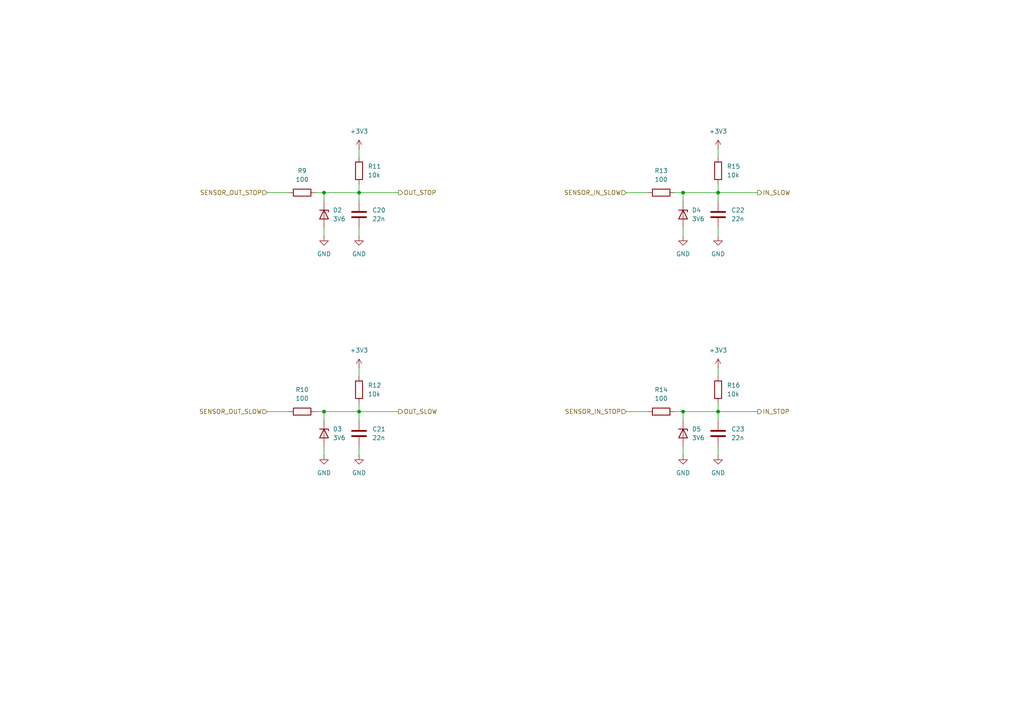
<source format=kicad_sch>
(kicad_sch (version 20250114) (generator "eeschema") (generator_version "9.0")
  (paper "A4")
  (title_block (title "TV slider") (date "2025-10-06") (rev "1") (company "NX Solutions"))
  (lib_symbols
    (symbol "Device:C" (pin_numbers (hide yes)) (pin_names (offset 0.254))
      (property "Reference" "C" (at 0.635 2.54 0))
      (property "Value" "C" (at 0.635 -2.54 0))
      (symbol "C_0_1"
        (polyline (pts (xy -2.032 0.762) (xy 2.032 0.762)) (stroke (width 0.508)))
        (polyline (pts (xy -2.032 -0.762) (xy 2.032 -0.762)) (stroke (width 0.508)))
      )
      (symbol "C_1_1"
        (pin passive line (at 0 3.81 270) (length 2.794) (name "~") (number "1"))
        (pin passive line (at 0 -3.81 90) (length 2.794) (name "~") (number "2"))
      )
    )
    (symbol "Device:D_Zener" (pin_numbers (hide yes)) (pin_names (offset 1.016) (hide yes))
      (property "Reference" "D" (at 0 2.54 0))
      (property "Value" "D_Zener" (at 0 -2.54 0))
      (symbol "D_Zener_0_1"
        (polyline (pts (xy -1.27 -1.27) (xy -1.27 1.27) (xy -0.762 1.27)) (stroke (width 0.254)))
        (polyline (pts (xy 1.27 0) (xy -1.27 0)))
        (polyline (pts (xy 1.27 -1.27) (xy 1.27 1.27) (xy -1.27 0) (xy 1.27 -1.27)) (stroke (width 0.254)))
      )
      (symbol "D_Zener_1_1"
        (pin passive line (at -3.81 0 0) (length 2.54) (name "K") (number "1"))
        (pin passive line (at 3.81 0 180) (length 2.54) (name "A") (number "2"))
      )
    )
    (symbol "Device:R" (pin_numbers (hide yes)) (pin_names (offset 0))
      (property "Reference" "R" (at 2.032 0 90))
      (property "Value" "R" (at 0 0 90))
      (symbol "R_0_1"
        (rectangle (start -1.016 -2.54) (end 1.016 2.54) (stroke (width 0.254)))
      )
      (symbol "R_1_1"
        (pin passive line (at 0 3.81 270) (length 1.27) (name "~") (number "1"))
        (pin passive line (at 0 -3.81 90) (length 1.27) (name "~") (number "2"))
      )
    )
    (symbol "power:+3V3" (power) (pin_numbers (hide yes)) (pin_names (offset 0) (hide yes))
      (property "Value" "+3V3" (at 0 3.556 0))
      (symbol "+3V3_0_1"
        (polyline (pts (xy -0.762 1.27) (xy 0 2.54)))
        (polyline (pts (xy 0 2.54) (xy 0.762 1.27)))
        (polyline (pts (xy 0 0) (xy 0 2.54)))
      )
      (symbol "+3V3_1_1"
        (pin power_in line (at 0 0 90) (length 0) (name "~") (number "1"))
      )
    )
    (symbol "power:GND" (power) (pin_numbers (hide yes)) (pin_names (offset 0) (hide yes))
      (property "Value" "GND" (at 0 -3.81 0))
      (symbol "GND_0_1"
        (polyline (pts (xy 0 0) (xy 0 -1.27) (xy 1.27 -1.27) (xy 0 -2.54) (xy -1.27 -1.27) (xy 0 -1.27)))
      )
      (symbol "GND_1_1"
        (pin power_in line (at 0 0 270) (length 0) (name "~") (number "1"))
      )
    )
  )
  (junction (at 208.28 119.38))
  (junction (at 104.14 119.38))
  (junction (at 93.98 119.38))
  (junction (at 198.12 55.88))
  (junction (at 208.28 55.88))
  (junction (at 93.98 55.88))
  (junction (at 104.14 55.88))
  (junction (at 198.12 119.38))
  (wire (pts (xy 208.28 55.88) (xy 219.71 55.88)))
  (wire (pts (xy 104.14 119.38) (xy 104.14 121.92)))
  (wire (pts (xy 93.98 66.04) (xy 93.98 68.58)))
  (wire (pts (xy 104.14 66.04) (xy 104.14 68.58)))
  (wire (pts (xy 91.44 119.38) (xy 93.98 119.38)))
  (wire (pts (xy 198.12 129.54) (xy 198.12 132.08)))
  (wire (pts (xy 208.28 53.34) (xy 208.28 55.88)))
  (wire (pts (xy 93.98 129.54) (xy 93.98 132.08)))
  (wire (pts (xy 198.12 119.38) (xy 198.12 121.92)))
  (wire (pts (xy 104.14 116.84) (xy 104.14 119.38)))
  (wire (pts (xy 77.47 119.38) (xy 83.82 119.38)))
  (wire (pts (xy 208.28 66.04) (xy 208.28 68.58)))
  (wire (pts (xy 208.28 106.68) (xy 208.28 109.22)))
  (wire (pts (xy 198.12 55.88) (xy 198.12 58.42)))
  (wire (pts (xy 104.14 129.54) (xy 104.14 132.08)))
  (wire (pts (xy 77.47 55.88) (xy 83.82 55.88)))
  (wire (pts (xy 93.98 55.88) (xy 104.14 55.88)))
  (wire (pts (xy 104.14 55.88) (xy 115.57 55.88)))
  (wire (pts (xy 104.14 119.38) (xy 115.57 119.38)))
  (wire (pts (xy 208.28 119.38) (xy 208.28 121.92)))
  (wire (pts (xy 91.44 55.88) (xy 93.98 55.88)))
  (wire (pts (xy 181.61 119.38) (xy 187.96 119.38)))
  (wire (pts (xy 195.58 55.88) (xy 198.12 55.88)))
  (wire (pts (xy 208.28 129.54) (xy 208.28 132.08)))
  (wire (pts (xy 181.61 55.88) (xy 187.96 55.88)))
  (wire (pts (xy 104.14 43.18) (xy 104.14 45.72)))
  (wire (pts (xy 208.28 55.88) (xy 208.28 58.42)))
  (wire (pts (xy 195.58 119.38) (xy 198.12 119.38)))
  (wire (pts (xy 198.12 66.04) (xy 198.12 68.58)))
  (wire (pts (xy 104.14 53.34) (xy 104.14 55.88)))
  (wire (pts (xy 198.12 119.38) (xy 208.28 119.38)))
  (wire (pts (xy 208.28 119.38) (xy 219.71 119.38)))
  (wire (pts (xy 208.28 43.18) (xy 208.28 45.72)))
  (wire (pts (xy 93.98 119.38) (xy 93.98 121.92)))
  (wire (pts (xy 93.98 55.88) (xy 93.98 58.42)))
  (wire (pts (xy 104.14 106.68) (xy 104.14 109.22)))
  (wire (pts (xy 104.14 55.88) (xy 104.14 58.42)))
  (wire (pts (xy 208.28 116.84) (xy 208.28 119.38)))
  (wire (pts (xy 198.12 55.88) (xy 208.28 55.88)))
  (wire (pts (xy 93.98 119.38) (xy 104.14 119.38)))
  (hierarchical_label "OUT_SLOW" (shape output) (at 115.57 119.38 0))
  (hierarchical_label "SENSOR_OUT_STOP" (shape input) (at 77.47 55.88 180))
  (hierarchical_label "SENSOR_IN_SLOW" (shape input) (at 181.61 55.88 180))
  (hierarchical_label "IN_STOP" (shape output) (at 219.71 119.38 0))
  (hierarchical_label "IN_SLOW" (shape output) (at 219.71 55.88 0))
  (hierarchical_label "OUT_STOP" (shape output) (at 115.57 55.88 0))
  (hierarchical_label "SENSOR_OUT_SLOW" (shape input) (at 77.47 119.38 180))
  (hierarchical_label "SENSOR_IN_STOP" (shape input) (at 181.61 119.38 180))
  (symbol (lib_id "Device:R") (at 208.28 113.03 180) (unit 1)
    (property "Reference" "R16" (at 210.82 111.7599 0) (effects (justify right)))
    (property "Value" "10k" (at 210.82 114.2999 0) (effects (justify right)))
    (property "Footprint" "Resistor_SMD:R_0603_1608Metric" (effects (hide yes)))
    (property "Description" "Resistor" (effects (hide yes)))
    (property "Supplier" "Digi-Key" (effects (hide yes)))
    (property "SupplierPN" "311-10.0KHRCT-ND" (effects (hide yes)))
    (property "MF" "Yageo" (effects (hide yes)))
    (property "MP" "RC0603FR-0710KL" (effects (hide yes)))
  )
  (symbol (lib_id "Device:R") (at 87.63 55.88 90) (unit 1)
    (property "Reference" "R9" (at 87.63 49.53 90))
    (property "Value" "100" (at 87.63 52.07 90))
    (property "Footprint" "Resistor_SMD:R_0603_1608Metric" (effects (hide yes)))
    (property "Description" "Resistor" (effects (hide yes)))
    (property "Supplier" "Digi-Key" (effects (hide yes)))
    (property "SupplierPN" "311-100GRTR-ND" (effects (hide yes)))
    (property "MF" "Yageo" (effects (hide yes)))
    (property "MP" "RC0603FR-07100RL" (effects (hide yes)))
  )
  (symbol (lib_id "Device:D_Zener") (at 93.98 125.73 270) (unit 1)
    (property "Reference" "D3" (at 96.52 124.4599 90) (effects (justify left)))
    (property "Value" "3V6" (at 96.52 126.9999 90) (effects (justify left)))
    (property "Footprint" "Diode_SMD:D_SOD-123" (effects (hide yes)))
    (property "Description" "Zener diode" (effects (hide yes)))
    (property "Supplier" "Digi-Key" (effects (hide yes)))
    (property "SupplierPN" "MMSZ3V6T1GOSCT-ND" (effects (hide yes)))
    (property "MF" "onsemi" (effects (hide yes)))
    (property "MP" "MMSZ3V6T1G" (effects (hide yes)))
  )
  (symbol (lib_id "Device:D_Zener") (at 198.12 125.73 270) (unit 1)
    (property "Reference" "D5" (at 200.66 124.4599 90) (effects (justify left)))
    (property "Value" "3V6" (at 200.66 126.9999 90) (effects (justify left)))
    (property "Footprint" "Diode_SMD:D_SOD-123" (effects (hide yes)))
    (property "Description" "Zener diode" (effects (hide yes)))
    (property "Supplier" "Digi-Key" (effects (hide yes)))
    (property "SupplierPN" "MMSZ3V6T1GOSCT-ND" (effects (hide yes)))
    (property "MF" "onsemi" (effects (hide yes)))
    (property "MP" "MMSZ3V6T1G" (effects (hide yes)))
  )
  (symbol (lib_id "Device:R") (at 104.14 113.03 180) (unit 1)
    (property "Reference" "R12" (at 106.68 111.7599 0) (effects (justify right)))
    (property "Value" "10k" (at 106.68 114.2999 0) (effects (justify right)))
    (property "Footprint" "Resistor_SMD:R_0603_1608Metric" (effects (hide yes)))
    (property "Description" "Resistor" (effects (hide yes)))
    (property "Supplier" "Digi-Key" (effects (hide yes)))
    (property "SupplierPN" "311-10.0KHRCT-ND" (effects (hide yes)))
    (property "MF" "Yageo" (effects (hide yes)))
    (property "MP" "RC0603FR-0710KL" (effects (hide yes)))
  )
  (symbol (lib_id "Device:R") (at 208.28 49.53 180) (unit 1)
    (property "Reference" "R15" (at 210.82 48.2599 0) (effects (justify right)))
    (property "Value" "10k" (at 210.82 50.7999 0) (effects (justify right)))
    (property "Footprint" "Resistor_SMD:R_0603_1608Metric" (effects (hide yes)))
    (property "Description" "Resistor" (effects (hide yes)))
    (property "Supplier" "Digi-Key" (effects (hide yes)))
    (property "SupplierPN" "311-10.0KHRCT-ND" (effects (hide yes)))
    (property "MF" "Yageo" (effects (hide yes)))
    (property "MP" "RC0603FR-0710KL" (effects (hide yes)))
  )
  (symbol (lib_id "Device:C") (at 104.14 125.73 0) (unit 1)
    (property "Reference" "C21" (at 107.95 124.4599 0) (effects (justify left)))
    (property "Value" "22n" (at 107.95 126.9999 0) (effects (justify left)))
    (property "Footprint" "Capacitor_SMD:C_0603_1608Metric" (effects (hide yes)))
    (property "Description" "Unpolarized capacitor" (effects (hide yes)))
    (property "Voltage" "100V" (effects (hide yes)))
    (property "Dielectric" "X7R" (effects (hide yes)))
    (property "Supplier" "Digi-Key" (effects (hide yes)))
    (property "SupplierPN" "490-GRM188R72A223KAC4JCT-ND" (effects (hide yes)))
    (property "MF" "Murata" (effects (hide yes)))
    (property "MP" "GRM188R72A223KAC4J" (effects (hide yes)))
  )
  (symbol (lib_id "power:GND") (at 208.28 68.58 0) (unit 1)
    (property "Reference" "#PWR065" (effects (hide yes)))
    (property "Value" "GND" (at 208.28 73.66 0))
    (property "Description" "Power symbol creates a global label with name \"GND\" , ground" (effects (hide yes)))
  )
  (symbol (lib_id "Device:D_Zener") (at 93.98 62.23 270) (unit 1)
    (property "Reference" "D2" (at 96.52 60.9599 90) (effects (justify left)))
    (property "Value" "3V6" (at 96.52 63.4999 90) (effects (justify left)))
    (property "Footprint" "Diode_SMD:D_SOD-123" (effects (hide yes)))
    (property "Description" "Zener diode" (effects (hide yes)))
    (property "Supplier" "Digi-Key" (effects (hide yes)))
    (property "SupplierPN" "MMSZ3V6T1GOSCT-ND" (effects (hide yes)))
    (property "MF" "onsemi" (effects (hide yes)))
    (property "MP" "MMSZ3V6T1G" (effects (hide yes)))
  )
  (symbol (lib_id "Device:R") (at 191.77 119.38 90) (unit 1)
    (property "Reference" "R14" (at 191.77 113.03 90))
    (property "Value" "100" (at 191.77 115.57 90))
    (property "Footprint" "Resistor_SMD:R_0603_1608Metric" (effects (hide yes)))
    (property "Description" "Resistor" (effects (hide yes)))
    (property "Supplier" "Digi-Key" (effects (hide yes)))
    (property "SupplierPN" "311-100GRTR-ND" (effects (hide yes)))
    (property "MF" "Yageo" (effects (hide yes)))
    (property "MP" "RC0603FR-07100RL" (effects (hide yes)))
  )
  (symbol (lib_id "Device:C") (at 208.28 62.23 0) (unit 1)
    (property "Reference" "C22" (at 212.09 60.9599 0) (effects (justify left)))
    (property "Value" "22n" (at 212.09 63.4999 0) (effects (justify left)))
    (property "Footprint" "Capacitor_SMD:C_0603_1608Metric" (effects (hide yes)))
    (property "Description" "Unpolarized capacitor" (effects (hide yes)))
    (property "Voltage" "100V" (effects (hide yes)))
    (property "Dielectric" "X7R" (effects (hide yes)))
    (property "Supplier" "Digi-Key" (effects (hide yes)))
    (property "SupplierPN" "490-GRM188R72A223KAC4JCT-ND" (effects (hide yes)))
    (property "MF" "Murata" (effects (hide yes)))
    (property "MP" "GRM188R72A223KAC4J" (effects (hide yes)))
  )
  (symbol (lib_id "power:GND") (at 93.98 68.58 0) (unit 1)
    (property "Reference" "#PWR056" (effects (hide yes)))
    (property "Value" "GND" (at 93.98 73.66 0))
    (property "Description" "Power symbol creates a global label with name \"GND\" , ground" (effects (hide yes)))
  )
  (symbol (lib_id "power:GND") (at 104.14 68.58 0) (unit 1)
    (property "Reference" "#PWR059" (effects (hide yes)))
    (property "Value" "GND" (at 104.14 73.66 0))
    (property "Description" "Power symbol creates a global label with name \"GND\" , ground" (effects (hide yes)))
  )
  (symbol (lib_id "power:GND") (at 198.12 68.58 0) (unit 1)
    (property "Reference" "#PWR062" (effects (hide yes)))
    (property "Value" "GND" (at 198.12 73.66 0))
    (property "Description" "Power symbol creates a global label with name \"GND\" , ground" (effects (hide yes)))
  )
  (symbol (lib_id "Device:D_Zener") (at 198.12 62.23 270) (unit 1)
    (property "Reference" "D4" (at 200.66 60.9599 90) (effects (justify left)))
    (property "Value" "3V6" (at 200.66 63.4999 90) (effects (justify left)))
    (property "Footprint" "Diode_SMD:D_SOD-123" (effects (hide yes)))
    (property "Description" "Zener diode" (effects (hide yes)))
    (property "Supplier" "Digi-Key" (effects (hide yes)))
    (property "SupplierPN" "MMSZ3V6T1GOSCT-ND" (effects (hide yes)))
    (property "MF" "onsemi" (effects (hide yes)))
    (property "MP" "MMSZ3V6T1G" (effects (hide yes)))
  )
  (symbol (lib_id "Device:C") (at 104.14 62.23 0) (unit 1)
    (property "Reference" "C20" (at 107.95 60.9599 0) (effects (justify left)))
    (property "Value" "22n" (at 107.95 63.4999 0) (effects (justify left)))
    (property "Footprint" "Capacitor_SMD:C_0603_1608Metric" (effects (hide yes)))
    (property "Description" "Unpolarized capacitor" (effects (hide yes)))
    (property "Voltage" "100V" (effects (hide yes)))
    (property "Dielectric" "X7R" (effects (hide yes)))
    (property "Supplier" "Digi-Key" (effects (hide yes)))
    (property "SupplierPN" "490-GRM188R72A223KAC4JCT-ND" (effects (hide yes)))
    (property "MF" "Murata" (effects (hide yes)))
    (property "MP" "GRM188R72A223KAC4J" (effects (hide yes)))
  )
  (symbol (lib_id "Device:R") (at 87.63 119.38 90) (unit 1)
    (property "Reference" "R10" (at 87.63 113.03 90))
    (property "Value" "100" (at 87.63 115.57 90))
    (property "Footprint" "Resistor_SMD:R_0603_1608Metric" (effects (hide yes)))
    (property "Description" "Resistor" (effects (hide yes)))
    (property "Supplier" "Digi-Key" (effects (hide yes)))
    (property "SupplierPN" "311-100GRTR-ND" (effects (hide yes)))
    (property "MF" "Yageo" (effects (hide yes)))
    (property "MP" "RC0603FR-07100RL" (effects (hide yes)))
  )
  (symbol (lib_id "Device:R") (at 104.14 49.53 180) (unit 1)
    (property "Reference" "R11" (at 106.68 48.2599 0) (effects (justify right)))
    (property "Value" "10k" (at 106.68 50.7999 0) (effects (justify right)))
    (property "Footprint" "Resistor_SMD:R_0603_1608Metric" (effects (hide yes)))
    (property "Description" "Resistor" (effects (hide yes)))
    (property "Supplier" "Digi-Key" (effects (hide yes)))
    (property "SupplierPN" "311-10.0KHRCT-ND" (effects (hide yes)))
    (property "MF" "Yageo" (effects (hide yes)))
    (property "MP" "RC0603FR-0710KL" (effects (hide yes)))
  )
  (symbol (lib_id "power:+3V3") (at 104.14 106.68 0) (unit 1)
    (property "Reference" "#PWR060" (effects (hide yes)))
    (property "Value" "+3V3" (at 104.14 101.6 0))
    (property "Description" "Power symbol creates a global label with name \"+3V3\"" (effects (hide yes)))
  )
  (symbol (lib_id "power:GND") (at 198.12 132.08 0) (unit 1)
    (property "Reference" "#PWR063" (effects (hide yes)))
    (property "Value" "GND" (at 198.12 137.16 0))
    (property "Description" "Power symbol creates a global label with name \"GND\" , ground" (effects (hide yes)))
  )
  (symbol (lib_id "power:GND") (at 104.14 132.08 0) (unit 1)
    (property "Reference" "#PWR061" (effects (hide yes)))
    (property "Value" "GND" (at 104.14 137.16 0))
    (property "Description" "Power symbol creates a global label with name \"GND\" , ground" (effects (hide yes)))
  )
  (symbol (lib_id "power:+3V3") (at 104.14 43.18 0) (unit 1)
    (property "Reference" "#PWR058" (effects (hide yes)))
    (property "Value" "+3V3" (at 104.14 38.1 0))
    (property "Description" "Power symbol creates a global label with name \"+3V3\"" (effects (hide yes)))
  )
  (symbol (lib_id "power:GND") (at 93.98 132.08 0) (unit 1)
    (property "Reference" "#PWR057" (effects (hide yes)))
    (property "Value" "GND" (at 93.98 137.16 0))
    (property "Description" "Power symbol creates a global label with name \"GND\" , ground" (effects (hide yes)))
  )
  (symbol (lib_id "power:+3V3") (at 208.28 106.68 0) (unit 1)
    (property "Reference" "#PWR066" (effects (hide yes)))
    (property "Value" "+3V3" (at 208.28 101.6 0))
    (property "Description" "Power symbol creates a global label with name \"+3V3\"" (effects (hide yes)))
  )
  (symbol (lib_id "Device:R") (at 191.77 55.88 90) (unit 1)
    (property "Reference" "R13" (at 191.77 49.53 90))
    (property "Value" "100" (at 191.77 52.07 90))
    (property "Footprint" "Resistor_SMD:R_0603_1608Metric" (effects (hide yes)))
    (property "Description" "Resistor" (effects (hide yes)))
    (property "Supplier" "Digi-Key" (effects (hide yes)))
    (property "SupplierPN" "311-100GRTR-ND" (effects (hide yes)))
    (property "MF" "Yageo" (effects (hide yes)))
    (property "MP" "RC0603FR-07100RL" (effects (hide yes)))
  )
  (symbol (lib_id "power:+3V3") (at 208.28 43.18 0) (unit 1)
    (property "Reference" "#PWR064" (effects (hide yes)))
    (property "Value" "+3V3" (at 208.28 38.1 0))
    (property "Description" "Power symbol creates a global label with name \"+3V3\"" (effects (hide yes)))
  )
  (symbol (lib_id "power:GND") (at 208.28 132.08 0) (unit 1)
    (property "Reference" "#PWR067" (effects (hide yes)))
    (property "Value" "GND" (at 208.28 137.16 0))
    (property "Description" "Power symbol creates a global label with name \"GND\" , ground" (effects (hide yes)))
  )
  (symbol (lib_id "Device:C") (at 208.28 125.73 0) (unit 1)
    (property "Reference" "C23" (at 212.09 124.4599 0) (effects (justify left)))
    (property "Value" "22n" (at 212.09 126.9999 0) (effects (justify left)))
    (property "Footprint" "Capacitor_SMD:C_0603_1608Metric" (effects (hide yes)))
    (property "Description" "Unpolarized capacitor" (effects (hide yes)))
    (property "Voltage" "100V" (effects (hide yes)))
    (property "Dielectric" "X7R" (effects (hide yes)))
    (property "Supplier" "Digi-Key" (effects (hide yes)))
    (property "SupplierPN" "490-GRM188R72A223KAC4JCT-ND" (effects (hide yes)))
    (property "MF" "Murata" (effects (hide yes)))
    (property "MP" "GRM188R72A223KAC4J" (effects (hide yes)))
  )
)
</source>
